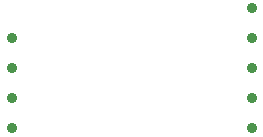
<source format=gbr>
G04 Layer_Color=0*
%FSLAX26Y26*%
%MOIN*%
%TF.FileFunction,Plated,1,2,PTH,Drill*%
%TF.Part,Single*%
G01*
G75*
%TA.AperFunction,ComponentDrill*%
%ADD34C,0.035433*%
D34*
X866000Y465000D02*
D03*
Y365000D02*
D03*
Y265000D02*
D03*
Y165000D02*
D03*
Y65000D02*
D03*
X65000Y365000D02*
D03*
Y265000D02*
D03*
Y165000D02*
D03*
Y65000D02*
D03*
%TF.MD5,a99d931dd7e149eaa3986657a4f4510a*%
M02*

</source>
